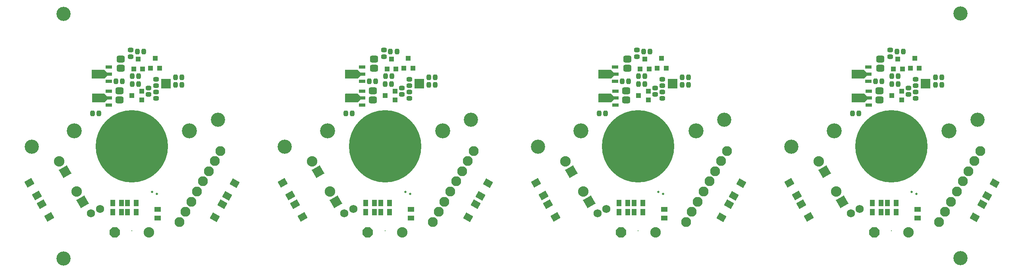
<source format=gts>
G04 Layer_Color=8388736*
%FSLAX24Y24*%
%MOIN*%
G70*
G01*
G75*
%ADD72R,0.0827X0.0827*%
G04:AMPARAMS|DCode=73|XSize=118.7mil|YSize=118.7mil|CornerRadius=59.4mil|HoleSize=0mil|Usage=FLASHONLY|Rotation=90.000|XOffset=0mil|YOffset=0mil|HoleType=Round|Shape=RoundedRectangle|*
%AMROUNDEDRECTD73*
21,1,0.1187,0.0000,0,0,90.0*
21,1,0.0000,0.1187,0,0,90.0*
1,1,0.1187,0.0000,0.0000*
1,1,0.1187,0.0000,0.0000*
1,1,0.1187,0.0000,0.0000*
1,1,0.1187,0.0000,0.0000*
%
%ADD73ROUNDEDRECTD73*%
G04:AMPARAMS|DCode=74|XSize=55.2mil|YSize=67.1mil|CornerRadius=0mil|HoleSize=0mil|Usage=FLASHONLY|Rotation=240.000|XOffset=0mil|YOffset=0mil|HoleType=Round|Shape=Rectangle|*
%AMROTATEDRECTD74*
4,1,4,-0.0152,0.0407,0.0428,0.0072,0.0152,-0.0407,-0.0428,-0.0072,-0.0152,0.0407,0.0*
%
%ADD74ROTATEDRECTD74*%

G04:AMPARAMS|DCode=75|XSize=55.2mil|YSize=67.1mil|CornerRadius=0mil|HoleSize=0mil|Usage=FLASHONLY|Rotation=300.000|XOffset=0mil|YOffset=0mil|HoleType=Round|Shape=Rectangle|*
%AMROTATEDRECTD75*
4,1,4,-0.0428,0.0072,0.0152,0.0407,0.0428,-0.0072,-0.0152,-0.0407,-0.0428,0.0072,0.0*
%
%ADD75ROTATEDRECTD75*%

G04:AMPARAMS|DCode=76|XSize=60mil|YSize=68mil|CornerRadius=17mil|HoleSize=0mil|Usage=FLASHONLY|Rotation=270.000|XOffset=0mil|YOffset=0mil|HoleType=Round|Shape=RoundedRectangle|*
%AMROUNDEDRECTD76*
21,1,0.0600,0.0340,0,0,270.0*
21,1,0.0260,0.0680,0,0,270.0*
1,1,0.0340,-0.0170,-0.0130*
1,1,0.0340,-0.0170,0.0130*
1,1,0.0340,0.0170,0.0130*
1,1,0.0340,0.0170,-0.0130*
%
%ADD76ROUNDEDRECTD76*%
G04:AMPARAMS|DCode=77|XSize=118.7mil|YSize=118.7mil|CornerRadius=59.4mil|HoleSize=0mil|Usage=FLASHONLY|Rotation=45.000|XOffset=0mil|YOffset=0mil|HoleType=Round|Shape=RoundedRectangle|*
%AMROUNDEDRECTD77*
21,1,0.1187,0.0000,0,0,45.0*
21,1,0.0000,0.1187,0,0,45.0*
1,1,0.1187,0.0000,0.0000*
1,1,0.1187,0.0000,0.0000*
1,1,0.1187,0.0000,0.0000*
1,1,0.1187,0.0000,0.0000*
%
%ADD77ROUNDEDRECTD77*%
G04:AMPARAMS|DCode=78|XSize=118.7mil|YSize=118.7mil|CornerRadius=59.4mil|HoleSize=0mil|Usage=FLASHONLY|Rotation=60.000|XOffset=0mil|YOffset=0mil|HoleType=Round|Shape=RoundedRectangle|*
%AMROUNDEDRECTD78*
21,1,0.1187,0.0000,0,0,60.0*
21,1,0.0000,0.1187,0,0,60.0*
1,1,0.1187,0.0000,0.0000*
1,1,0.1187,0.0000,0.0000*
1,1,0.1187,0.0000,0.0000*
1,1,0.1187,0.0000,0.0000*
%
%ADD78ROUNDEDRECTD78*%
%ADD79R,0.0552X0.0277*%
%ADD80R,0.0474X0.0277*%
G04:AMPARAMS|DCode=81|XSize=37.1mil|YSize=47.4mil|CornerRadius=9.8mil|HoleSize=0mil|Usage=FLASHONLY|Rotation=0.000|XOffset=0mil|YOffset=0mil|HoleType=Round|Shape=RoundedRectangle|*
%AMROUNDEDRECTD81*
21,1,0.0371,0.0277,0,0,0.0*
21,1,0.0175,0.0474,0,0,0.0*
1,1,0.0197,0.0087,-0.0139*
1,1,0.0197,-0.0087,-0.0139*
1,1,0.0197,-0.0087,0.0139*
1,1,0.0197,0.0087,0.0139*
%
%ADD81ROUNDEDRECTD81*%
%ADD82R,0.0400X0.0440*%
%ADD83R,0.0440X0.0400*%
%ADD84R,0.0572X0.0415*%
%ADD85R,0.0228X0.0218*%
%ADD86R,0.0218X0.0228*%
%ADD87R,0.0415X0.0572*%
G04:AMPARAMS|DCode=88|XSize=37.1mil|YSize=47.4mil|CornerRadius=9.8mil|HoleSize=0mil|Usage=FLASHONLY|Rotation=90.000|XOffset=0mil|YOffset=0mil|HoleType=Round|Shape=RoundedRectangle|*
%AMROUNDEDRECTD88*
21,1,0.0371,0.0277,0,0,90.0*
21,1,0.0175,0.0474,0,0,90.0*
1,1,0.0197,0.0139,0.0087*
1,1,0.0197,0.0139,-0.0087*
1,1,0.0197,-0.0139,-0.0087*
1,1,0.0197,-0.0139,0.0087*
%
%ADD88ROUNDEDRECTD88*%
%ADD89C,0.0828*%
%ADD90C,0.1261*%
%ADD91C,0.6080*%
%ADD92C,0.0080*%
%ADD93C,0.0880*%
%ADD94P,0.1103X4X165.0*%
%ADD95P,0.0953X8X22.5*%
%ADD96C,0.0680*%
%ADD97C,0.0200*%
G36*
X69987Y17160D02*
X70972Y17160D01*
X70977Y17159D01*
X70982Y17158D01*
X70987Y17157D01*
X70992Y17154D01*
X70996Y17152D01*
X71000Y17148D01*
X71236Y16912D01*
X71240Y16908D01*
X71243Y16904D01*
X71245Y16899D01*
X71247Y16894D01*
X71248Y16889D01*
X71248Y16883D01*
Y16687D01*
X71248Y16681D01*
X71247Y16676D01*
X71245Y16671D01*
X71243Y16667D01*
X71240Y16662D01*
X71236Y16658D01*
X71000Y16422D01*
X70996Y16419D01*
X70992Y16416D01*
X70987Y16413D01*
X70982Y16412D01*
X70977Y16411D01*
X70972Y16410D01*
X69987Y16410D01*
D01*
X69987D01*
X69982Y16411D01*
X69977Y16412D01*
X69972Y16413D01*
X69970Y16415D01*
X69967Y16416D01*
X69963Y16419D01*
X69959Y16422D01*
Y16422D01*
X69959D01*
X69956Y16426D01*
X69953Y16430D01*
X69951Y16433D01*
X69950Y16435D01*
X69949Y16440D01*
X69948Y16445D01*
X69947Y16450D01*
D01*
Y16450D01*
X69947Y17120D01*
X69948Y17125D01*
X69949Y17130D01*
X69950Y17135D01*
X69951Y17137D01*
X69953Y17140D01*
X69956Y17144D01*
X69959Y17148D01*
X69959D01*
Y17148D01*
X69963Y17152D01*
X69967Y17154D01*
X69970Y17156D01*
X69972Y17157D01*
X69977Y17158D01*
X69982Y17159D01*
X69987Y17160D01*
X69987D01*
D01*
D01*
D02*
G37*
G36*
X48727D02*
X49712Y17160D01*
X49717Y17159D01*
X49722Y17158D01*
X49727Y17157D01*
X49732Y17154D01*
X49736Y17152D01*
X49740Y17148D01*
X49976Y16912D01*
X49980Y16908D01*
X49983Y16904D01*
X49985Y16899D01*
X49987Y16894D01*
X49988Y16889D01*
X49988Y16883D01*
Y16687D01*
X49988Y16681D01*
X49987Y16676D01*
X49985Y16671D01*
X49983Y16667D01*
X49980Y16662D01*
X49976Y16658D01*
X49740Y16422D01*
X49736Y16419D01*
X49732Y16416D01*
X49727Y16413D01*
X49722Y16412D01*
X49717Y16411D01*
X49712Y16410D01*
X48727Y16410D01*
X48727D01*
D01*
X48722Y16411D01*
X48717Y16412D01*
X48712Y16413D01*
X48710Y16415D01*
X48707Y16416D01*
X48703Y16419D01*
X48699Y16422D01*
Y16422D01*
X48699D01*
X48696Y16426D01*
X48693Y16430D01*
X48692Y16433D01*
X48690Y16435D01*
X48689Y16440D01*
X48688Y16445D01*
X48687Y16450D01*
D01*
Y16450D01*
X48687Y17120D01*
X48688Y17125D01*
X48689Y17130D01*
X48690Y17135D01*
X48692Y17137D01*
X48693Y17140D01*
X48696Y17144D01*
X48699Y17148D01*
X48699D01*
Y17148D01*
X48703Y17152D01*
X48707Y17154D01*
X48710Y17156D01*
X48712Y17157D01*
X48717Y17158D01*
X48722Y17159D01*
X48727Y17160D01*
X48727D01*
D01*
D01*
D02*
G37*
G36*
X27468D02*
X28452Y17160D01*
X28457Y17159D01*
X28462Y17158D01*
X28467Y17157D01*
X28472Y17154D01*
X28476Y17152D01*
X28480Y17148D01*
X28716Y16912D01*
X28720Y16908D01*
X28723Y16904D01*
X28725Y16899D01*
X28727Y16894D01*
X28728Y16889D01*
X28728Y16883D01*
Y16687D01*
X28728Y16681D01*
X28727Y16676D01*
X28725Y16671D01*
X28723Y16667D01*
X28720Y16662D01*
X28716Y16658D01*
X28480Y16422D01*
X28476Y16419D01*
X28472Y16416D01*
X28467Y16413D01*
X28462Y16412D01*
X28457Y16411D01*
X28452Y16410D01*
X27468Y16410D01*
D01*
X27468D01*
X27462Y16411D01*
X27457Y16412D01*
X27452Y16413D01*
X27450Y16415D01*
X27448Y16416D01*
X27443Y16419D01*
X27439Y16422D01*
Y16422D01*
X27439D01*
X27436Y16426D01*
X27433Y16430D01*
X27432Y16433D01*
X27431Y16435D01*
X27429Y16440D01*
X27428Y16445D01*
X27428Y16450D01*
D01*
Y16450D01*
X27428Y17120D01*
X27428Y17125D01*
X27429Y17130D01*
X27431Y17135D01*
X27432Y17137D01*
X27433Y17140D01*
X27436Y17144D01*
X27439Y17148D01*
X27439D01*
Y17148D01*
X27443Y17152D01*
X27448Y17154D01*
X27450Y17156D01*
X27452Y17157D01*
X27457Y17158D01*
X27462Y17159D01*
X27468Y17160D01*
X27468D01*
D01*
D01*
D02*
G37*
G36*
X6208D02*
X7192Y17160D01*
X7197Y17159D01*
X7202Y17158D01*
X7207Y17157D01*
X7212Y17154D01*
X7216Y17152D01*
X7220Y17148D01*
X7457Y16912D01*
X7460Y16908D01*
X7463Y16904D01*
X7465Y16899D01*
X7467Y16894D01*
X7468Y16889D01*
X7468Y16883D01*
Y16687D01*
X7468Y16681D01*
X7467Y16676D01*
X7465Y16671D01*
X7463Y16667D01*
X7460Y16662D01*
X7457Y16658D01*
X7220Y16422D01*
X7216Y16419D01*
X7212Y16416D01*
X7207Y16413D01*
X7202Y16412D01*
X7197Y16411D01*
X7192Y16410D01*
X6208Y16410D01*
X6208D01*
D01*
X6203Y16411D01*
X6197Y16412D01*
X6192Y16413D01*
X6190Y16415D01*
X6188Y16416D01*
X6183Y16419D01*
X6179Y16422D01*
Y16422D01*
X6179D01*
X6176Y16426D01*
X6173Y16430D01*
X6172Y16433D01*
X6171Y16435D01*
X6169Y16440D01*
X6168Y16445D01*
X6168Y16450D01*
D01*
Y16450D01*
X6168Y17120D01*
X6168Y17125D01*
X6169Y17130D01*
X6171Y17135D01*
X6172Y17137D01*
X6173Y17140D01*
X6176Y17144D01*
X6179Y17148D01*
X6179D01*
Y17148D01*
X6183Y17152D01*
X6188Y17154D01*
X6190Y17156D01*
X6192Y17157D01*
X6197Y17158D01*
X6203Y17159D01*
X6208Y17160D01*
X6208D01*
D01*
D01*
D02*
G37*
G36*
X69994Y15150D02*
X70978Y15150D01*
X70984Y15150D01*
X70989Y15149D01*
X70994Y15147D01*
X70998Y15145D01*
X71003Y15142D01*
X71007Y15138D01*
X71243Y14902D01*
X71246Y14898D01*
X71249Y14894D01*
X71252Y14889D01*
X71253Y14884D01*
X71254Y14879D01*
X71255Y14874D01*
Y14677D01*
X71254Y14672D01*
X71253Y14666D01*
X71252Y14661D01*
X71249Y14657D01*
X71246Y14652D01*
X71243Y14648D01*
X71007Y14412D01*
X71003Y14409D01*
X70998Y14406D01*
X70994Y14404D01*
X70989Y14402D01*
X70984Y14401D01*
X70978Y14401D01*
X69994Y14401D01*
D01*
X69994D01*
X69989Y14401D01*
X69984Y14402D01*
X69979Y14404D01*
X69977Y14405D01*
X69974Y14406D01*
X69970Y14409D01*
X69966Y14412D01*
Y14412D01*
X69966D01*
X69962Y14416D01*
X69959Y14421D01*
X69958Y14423D01*
X69957Y14425D01*
X69955Y14430D01*
X69954Y14435D01*
X69954Y14441D01*
Y14441D01*
D01*
X69954Y15110D01*
X69954Y15115D01*
X69955Y15120D01*
X69957Y15125D01*
X69958Y15128D01*
X69959Y15130D01*
X69962Y15134D01*
X69966Y15138D01*
X69966D01*
Y15138D01*
X69970Y15142D01*
X69974Y15145D01*
X69977Y15146D01*
X69979Y15147D01*
X69984Y15149D01*
X69989Y15150D01*
X69994Y15150D01*
X69994D01*
D01*
D01*
D02*
G37*
G36*
X48734D02*
X49719Y15150D01*
X49724Y15150D01*
X49729Y15149D01*
X49734Y15147D01*
X49739Y15145D01*
X49743Y15142D01*
X49747Y15138D01*
X49983Y14902D01*
X49987Y14898D01*
X49990Y14894D01*
X49992Y14889D01*
X49994Y14884D01*
X49995Y14879D01*
X49995Y14874D01*
Y14677D01*
X49995Y14672D01*
X49994Y14666D01*
X49992Y14661D01*
X49990Y14657D01*
X49987Y14652D01*
X49983Y14648D01*
X49747Y14412D01*
X49743Y14409D01*
X49739Y14406D01*
X49734Y14404D01*
X49729Y14402D01*
X49724Y14401D01*
X49719Y14401D01*
X48734Y14401D01*
X48734D01*
D01*
X48729Y14401D01*
X48724Y14402D01*
X48719Y14404D01*
X48717Y14405D01*
X48714Y14406D01*
X48710Y14409D01*
X48706Y14412D01*
Y14412D01*
X48706D01*
X48703Y14416D01*
X48700Y14421D01*
X48698Y14423D01*
X48697Y14425D01*
X48696Y14430D01*
X48695Y14435D01*
X48694Y14441D01*
Y14441D01*
D01*
X48694Y15110D01*
X48695Y15115D01*
X48696Y15120D01*
X48697Y15125D01*
X48698Y15128D01*
X48700Y15130D01*
X48703Y15134D01*
X48706Y15138D01*
X48706D01*
Y15138D01*
X48710Y15142D01*
X48714Y15145D01*
X48717Y15146D01*
X48719Y15147D01*
X48724Y15149D01*
X48729Y15150D01*
X48734Y15150D01*
X48734D01*
D01*
D01*
D02*
G37*
G36*
X27475D02*
X28459Y15150D01*
X28464Y15150D01*
X28469Y15149D01*
X28474Y15147D01*
X28479Y15145D01*
X28483Y15142D01*
X28487Y15138D01*
X28723Y14902D01*
X28727Y14898D01*
X28730Y14894D01*
X28732Y14889D01*
X28734Y14884D01*
X28735Y14879D01*
X28735Y14874D01*
Y14677D01*
X28735Y14672D01*
X28734Y14666D01*
X28732Y14661D01*
X28730Y14657D01*
X28727Y14652D01*
X28723Y14648D01*
X28487Y14412D01*
X28483Y14409D01*
X28479Y14406D01*
X28474Y14404D01*
X28469Y14402D01*
X28464Y14401D01*
X28459Y14401D01*
X27474Y14401D01*
D01*
X27474D01*
X27469Y14401D01*
X27464Y14402D01*
X27459Y14404D01*
X27457Y14405D01*
X27454Y14406D01*
X27450Y14409D01*
X27446Y14412D01*
Y14412D01*
X27446D01*
X27443Y14416D01*
X27440Y14421D01*
X27439Y14423D01*
X27437Y14425D01*
X27436Y14430D01*
X27435Y14435D01*
X27434Y14441D01*
Y14441D01*
D01*
X27434Y15110D01*
X27435Y15115D01*
X27436Y15120D01*
X27437Y15125D01*
X27439Y15128D01*
X27440Y15130D01*
X27443Y15134D01*
X27446Y15138D01*
X27446D01*
Y15138D01*
X27450Y15142D01*
X27454Y15145D01*
X27457Y15146D01*
X27459Y15147D01*
X27464Y15149D01*
X27469Y15150D01*
X27475Y15150D01*
X27475D01*
D01*
D01*
D02*
G37*
G36*
X6215D02*
X7199Y15150D01*
X7204Y15150D01*
X7209Y15149D01*
X7214Y15147D01*
X7219Y15145D01*
X7223Y15142D01*
X7227Y15138D01*
X7463Y14902D01*
X7467Y14898D01*
X7470Y14894D01*
X7472Y14889D01*
X7474Y14884D01*
X7475Y14879D01*
X7475Y14874D01*
Y14677D01*
X7475Y14672D01*
X7474Y14666D01*
X7472Y14661D01*
X7470Y14657D01*
X7467Y14652D01*
X7463Y14648D01*
X7227Y14412D01*
X7223Y14409D01*
X7219Y14406D01*
X7214Y14404D01*
X7209Y14402D01*
X7204Y14401D01*
X7199Y14401D01*
X6215Y14401D01*
X6215D01*
D01*
X6209Y14401D01*
X6204Y14402D01*
X6199Y14404D01*
X6197Y14405D01*
X6195Y14406D01*
X6190Y14409D01*
X6186Y14412D01*
Y14412D01*
X6186D01*
X6183Y14416D01*
X6180Y14421D01*
X6179Y14423D01*
X6178Y14425D01*
X6176Y14430D01*
X6175Y14435D01*
X6175Y14441D01*
Y14441D01*
D01*
X6175Y15110D01*
X6175Y15115D01*
X6176Y15120D01*
X6178Y15125D01*
X6179Y15128D01*
X6180Y15130D01*
X6183Y15134D01*
X6186Y15138D01*
X6186D01*
Y15138D01*
X6190Y15142D01*
X6195Y15145D01*
X6197Y15146D01*
X6199Y15147D01*
X6204Y15149D01*
X6209Y15150D01*
X6215Y15150D01*
X6215D01*
D01*
D01*
D02*
G37*
G36*
X70664Y5676D02*
X70701Y5666D01*
X70736Y5649D01*
X70768Y5627D01*
X70795Y5600D01*
X70817Y5568D01*
X70834Y5533D01*
X70844Y5496D01*
X70847Y5457D01*
X70844Y5419D01*
X70834Y5382D01*
X70817Y5347D01*
X70795Y5315D01*
X70768Y5288D01*
X70736Y5266D01*
X70701Y5249D01*
X70664Y5239D01*
X70626Y5236D01*
X70587Y5239D01*
X70550Y5249D01*
X70515Y5266D01*
X70483Y5288D01*
X70456Y5315D01*
X70434Y5347D01*
X70417Y5382D01*
X70407Y5419D01*
X70404Y5457D01*
X70407Y5496D01*
X70417Y5533D01*
X70434Y5568D01*
X70456Y5600D01*
X70483Y5627D01*
X70515Y5649D01*
X70550Y5666D01*
X70587Y5676D01*
X70626Y5679D01*
X70664Y5676D01*
D02*
G37*
G36*
X49404D02*
X49441Y5666D01*
X49476Y5649D01*
X49508Y5627D01*
X49535Y5600D01*
X49557Y5568D01*
X49574Y5533D01*
X49584Y5496D01*
X49587Y5457D01*
X49584Y5419D01*
X49574Y5382D01*
X49557Y5347D01*
X49535Y5315D01*
X49508Y5288D01*
X49476Y5266D01*
X49441Y5249D01*
X49404Y5239D01*
X49366Y5236D01*
X49327Y5239D01*
X49290Y5249D01*
X49255Y5266D01*
X49223Y5288D01*
X49196Y5315D01*
X49174Y5347D01*
X49158Y5382D01*
X49148Y5419D01*
X49144Y5457D01*
X49148Y5496D01*
X49158Y5533D01*
X49174Y5568D01*
X49196Y5600D01*
X49223Y5627D01*
X49255Y5649D01*
X49290Y5666D01*
X49327Y5676D01*
X49366Y5679D01*
X49404Y5676D01*
D02*
G37*
G36*
X28144D02*
X28182Y5666D01*
X28217Y5649D01*
X28248Y5627D01*
X28275Y5600D01*
X28298Y5568D01*
X28314Y5533D01*
X28324Y5496D01*
X28327Y5457D01*
X28324Y5419D01*
X28314Y5382D01*
X28298Y5347D01*
X28275Y5315D01*
X28248Y5288D01*
X28217Y5266D01*
X28182Y5249D01*
X28144Y5239D01*
X28106Y5236D01*
X28067Y5239D01*
X28030Y5249D01*
X27995Y5266D01*
X27963Y5288D01*
X27936Y5315D01*
X27914Y5347D01*
X27898Y5382D01*
X27888Y5419D01*
X27884Y5457D01*
X27888Y5496D01*
X27898Y5533D01*
X27914Y5568D01*
X27936Y5600D01*
X27963Y5627D01*
X27995Y5649D01*
X28030Y5666D01*
X28067Y5676D01*
X28106Y5679D01*
X28144Y5676D01*
D02*
G37*
G36*
X6884D02*
X6922Y5666D01*
X6957Y5649D01*
X6988Y5627D01*
X7016Y5600D01*
X7038Y5568D01*
X7054Y5533D01*
X7064Y5496D01*
X7067Y5457D01*
X7064Y5419D01*
X7054Y5382D01*
X7038Y5347D01*
X7016Y5315D01*
X6988Y5288D01*
X6957Y5266D01*
X6922Y5249D01*
X6884Y5239D01*
X6846Y5236D01*
X6808Y5239D01*
X6770Y5249D01*
X6735Y5266D01*
X6704Y5288D01*
X6676Y5315D01*
X6654Y5347D01*
X6638Y5382D01*
X6628Y5419D01*
X6624Y5457D01*
X6628Y5496D01*
X6638Y5533D01*
X6654Y5568D01*
X6676Y5600D01*
X6704Y5627D01*
X6735Y5649D01*
X6770Y5666D01*
X6808Y5676D01*
X6846Y5679D01*
X6884Y5676D01*
D02*
G37*
G36*
X69915Y5284D02*
X69952Y5274D01*
X69987Y5258D01*
X70019Y5236D01*
X70046Y5209D01*
X70068Y5177D01*
X70085Y5142D01*
X70095Y5105D01*
X70098Y5066D01*
X70095Y5028D01*
X70085Y4991D01*
X70068Y4956D01*
X70046Y4924D01*
X70019Y4897D01*
X69987Y4874D01*
X69952Y4858D01*
X69915Y4848D01*
X69877Y4845D01*
X69838Y4848D01*
X69801Y4858D01*
X69766Y4874D01*
X69734Y4897D01*
X69707Y4924D01*
X69685Y4956D01*
X69668Y4991D01*
X69658Y5028D01*
X69655Y5066D01*
X69658Y5105D01*
X69668Y5142D01*
X69685Y5177D01*
X69707Y5209D01*
X69734Y5236D01*
X69766Y5258D01*
X69801Y5274D01*
X69838Y5284D01*
X69877Y5288D01*
X69915Y5284D01*
D02*
G37*
G36*
X48655D02*
X48693Y5274D01*
X48728Y5258D01*
X48759Y5236D01*
X48786Y5209D01*
X48809Y5177D01*
X48825Y5142D01*
X48835Y5105D01*
X48838Y5066D01*
X48835Y5028D01*
X48825Y4991D01*
X48809Y4956D01*
X48786Y4924D01*
X48759Y4897D01*
X48728Y4874D01*
X48693Y4858D01*
X48655Y4848D01*
X48617Y4845D01*
X48578Y4848D01*
X48541Y4858D01*
X48506Y4874D01*
X48474Y4897D01*
X48447Y4924D01*
X48425Y4956D01*
X48409Y4991D01*
X48399Y5028D01*
X48395Y5066D01*
X48399Y5105D01*
X48409Y5142D01*
X48425Y5177D01*
X48447Y5209D01*
X48474Y5236D01*
X48506Y5258D01*
X48541Y5274D01*
X48578Y5284D01*
X48617Y5288D01*
X48655Y5284D01*
D02*
G37*
G36*
X27395D02*
X27433Y5274D01*
X27468Y5258D01*
X27499Y5236D01*
X27527Y5209D01*
X27549Y5177D01*
X27565Y5142D01*
X27575Y5105D01*
X27578Y5066D01*
X27575Y5028D01*
X27565Y4991D01*
X27549Y4956D01*
X27527Y4924D01*
X27499Y4897D01*
X27468Y4874D01*
X27433Y4858D01*
X27395Y4848D01*
X27357Y4845D01*
X27318Y4848D01*
X27281Y4858D01*
X27246Y4874D01*
X27215Y4897D01*
X27187Y4924D01*
X27165Y4956D01*
X27149Y4991D01*
X27139Y5028D01*
X27135Y5066D01*
X27139Y5105D01*
X27149Y5142D01*
X27165Y5177D01*
X27187Y5209D01*
X27215Y5236D01*
X27246Y5258D01*
X27281Y5274D01*
X27318Y5284D01*
X27357Y5288D01*
X27395Y5284D01*
D02*
G37*
G36*
X6136D02*
X6173Y5274D01*
X6208Y5258D01*
X6239Y5236D01*
X6267Y5209D01*
X6289Y5177D01*
X6305Y5142D01*
X6315Y5105D01*
X6319Y5066D01*
X6315Y5028D01*
X6305Y4991D01*
X6289Y4956D01*
X6267Y4924D01*
X6239Y4897D01*
X6208Y4874D01*
X6173Y4858D01*
X6136Y4848D01*
X6097Y4845D01*
X6059Y4848D01*
X6021Y4858D01*
X5986Y4874D01*
X5955Y4897D01*
X5927Y4924D01*
X5905Y4956D01*
X5889Y4991D01*
X5879Y5028D01*
X5876Y5066D01*
X5879Y5105D01*
X5889Y5142D01*
X5905Y5177D01*
X5927Y5209D01*
X5955Y5236D01*
X5986Y5258D01*
X6021Y5274D01*
X6059Y5284D01*
X6097Y5288D01*
X6136Y5284D01*
D02*
G37*
D72*
X12390Y15979D02*
D03*
X33650D02*
D03*
X54910D02*
D03*
X76170D02*
D03*
D73*
X79078Y1319D02*
D03*
X3789Y21848D02*
D03*
X79078Y21878D02*
D03*
X3789Y1289D02*
D03*
D74*
X17130Y5850D02*
D03*
X16500Y4758D02*
D03*
X18160Y7630D02*
D03*
X17530Y6538D02*
D03*
X38390Y5850D02*
D03*
X37760Y4758D02*
D03*
X39420Y7630D02*
D03*
X38790Y6538D02*
D03*
X59650Y5850D02*
D03*
X59020Y4758D02*
D03*
X60680Y7630D02*
D03*
X60050Y6538D02*
D03*
X80910Y5850D02*
D03*
X80280Y4758D02*
D03*
X81940Y7630D02*
D03*
X81310Y6538D02*
D03*
D75*
X1950Y5860D02*
D03*
X2580Y4768D02*
D03*
X930Y7660D02*
D03*
X1560Y6568D02*
D03*
X23210Y5860D02*
D03*
X23840Y4768D02*
D03*
X22190Y7660D02*
D03*
X22820Y6568D02*
D03*
X44470Y5860D02*
D03*
X45100Y4768D02*
D03*
X43450Y7660D02*
D03*
X44080Y6568D02*
D03*
X65730Y5860D02*
D03*
X66360Y4768D02*
D03*
X64710Y7660D02*
D03*
X65340Y6568D02*
D03*
D76*
X8500Y14619D02*
D03*
Y15373D02*
D03*
X8590Y17289D02*
D03*
Y18043D02*
D03*
X29760Y14619D02*
D03*
Y15373D02*
D03*
X29850Y17289D02*
D03*
Y18043D02*
D03*
X51020Y14619D02*
D03*
Y15373D02*
D03*
X51110Y17289D02*
D03*
Y18043D02*
D03*
X72280Y14619D02*
D03*
Y15373D02*
D03*
X72370Y17289D02*
D03*
Y18043D02*
D03*
D77*
X1110Y10679D02*
D03*
X22370D02*
D03*
X43630D02*
D03*
X64890D02*
D03*
D78*
X16740Y12959D02*
D03*
X38000D02*
D03*
X59260D02*
D03*
X80520D02*
D03*
D79*
X7593Y14185D02*
D03*
X7593Y15366D02*
D03*
X7586Y17376D02*
D03*
Y16195D02*
D03*
X28852Y14185D02*
D03*
X28852Y15366D02*
D03*
X28846Y17376D02*
D03*
Y16195D02*
D03*
X50112Y14185D02*
D03*
X50112Y15366D02*
D03*
X50105Y17376D02*
D03*
Y16195D02*
D03*
X71372Y14185D02*
D03*
X71372Y15366D02*
D03*
X71365Y17376D02*
D03*
Y16195D02*
D03*
D80*
X7632Y14775D02*
D03*
X7625Y16785D02*
D03*
X28892Y14775D02*
D03*
X28885Y16785D02*
D03*
X50152Y14775D02*
D03*
X50145Y16785D02*
D03*
X71411Y14775D02*
D03*
X71405Y16785D02*
D03*
D81*
X6768Y13479D02*
D03*
X6232D02*
D03*
X13728Y16519D02*
D03*
X13192D02*
D03*
X13728Y15879D02*
D03*
X13192D02*
D03*
X8182Y16189D02*
D03*
X8718D02*
D03*
X10078Y15949D02*
D03*
X9542D02*
D03*
X9547Y16613D02*
D03*
X10083D02*
D03*
X9977Y18694D02*
D03*
X10513D02*
D03*
X28028Y13479D02*
D03*
X27492D02*
D03*
X34988Y16519D02*
D03*
X34452D02*
D03*
X34988Y15879D02*
D03*
X34452D02*
D03*
X29442Y16189D02*
D03*
X29978D02*
D03*
X31338Y15949D02*
D03*
X30802D02*
D03*
X30807Y16613D02*
D03*
X31343D02*
D03*
X31237Y18694D02*
D03*
X31773D02*
D03*
X49287Y13479D02*
D03*
X48752D02*
D03*
X56247Y16519D02*
D03*
X55712D02*
D03*
X56247Y15879D02*
D03*
X55712D02*
D03*
X50702Y16189D02*
D03*
X51237D02*
D03*
X52597Y15949D02*
D03*
X52062D02*
D03*
X52067Y16613D02*
D03*
X52602D02*
D03*
X52497Y18694D02*
D03*
X53032D02*
D03*
X70547Y13479D02*
D03*
X70012D02*
D03*
X77507Y16519D02*
D03*
X76972D02*
D03*
X77507Y15879D02*
D03*
X76972D02*
D03*
X71962Y16189D02*
D03*
X72497D02*
D03*
X73857Y15949D02*
D03*
X73322D02*
D03*
X73327Y16613D02*
D03*
X73862D02*
D03*
X73757Y18694D02*
D03*
X74292D02*
D03*
D82*
X11475Y18104D02*
D03*
X11855Y17270D02*
D03*
X11101D02*
D03*
X10055Y18054D02*
D03*
X10435Y17220D02*
D03*
X9681D02*
D03*
X32735Y18104D02*
D03*
X33115Y17270D02*
D03*
X32361D02*
D03*
X31315Y18054D02*
D03*
X31695Y17220D02*
D03*
X30941D02*
D03*
X53995Y18104D02*
D03*
X54375Y17270D02*
D03*
X53621D02*
D03*
X52575Y18054D02*
D03*
X52955Y17220D02*
D03*
X52201D02*
D03*
X75255Y18104D02*
D03*
X75635Y17270D02*
D03*
X74881D02*
D03*
X73835Y18054D02*
D03*
X74215Y17220D02*
D03*
X73461D02*
D03*
D83*
X9530Y14979D02*
D03*
X10364Y15359D02*
D03*
Y14605D02*
D03*
X30790Y14979D02*
D03*
X31624Y15359D02*
D03*
Y14605D02*
D03*
X52050Y14979D02*
D03*
X52883Y15359D02*
D03*
Y14605D02*
D03*
X73310Y14979D02*
D03*
X74143Y15359D02*
D03*
Y14605D02*
D03*
D84*
X11695Y4699D02*
D03*
Y5428D02*
D03*
X32955Y4699D02*
D03*
Y5428D02*
D03*
X54215Y4699D02*
D03*
Y5428D02*
D03*
X75475Y4699D02*
D03*
Y5428D02*
D03*
D85*
X12095Y16270D02*
D03*
X12685D02*
D03*
X12095Y16078D02*
D03*
X12685D02*
D03*
X12095Y15881D02*
D03*
X12685D02*
D03*
X12095Y15689D02*
D03*
X12685D02*
D03*
X33355Y16270D02*
D03*
X33945D02*
D03*
X33355Y16078D02*
D03*
X33945D02*
D03*
X33355Y15881D02*
D03*
X33945D02*
D03*
X33355Y15689D02*
D03*
X33945D02*
D03*
X54614Y16270D02*
D03*
X55205D02*
D03*
X54614Y16078D02*
D03*
X55205D02*
D03*
X54614Y15881D02*
D03*
X55205D02*
D03*
X54614Y15689D02*
D03*
X55205D02*
D03*
X75874Y16270D02*
D03*
X76465D02*
D03*
X75874Y16078D02*
D03*
X76465D02*
D03*
X75874Y15881D02*
D03*
X76465D02*
D03*
X75874Y15689D02*
D03*
X76465D02*
D03*
D86*
X12292Y16275D02*
D03*
X12488D02*
D03*
X12292Y15684D02*
D03*
X12488D02*
D03*
X33551Y16275D02*
D03*
X33748D02*
D03*
X33551Y15684D02*
D03*
X33748D02*
D03*
X54811Y16275D02*
D03*
X55008D02*
D03*
X54811Y15684D02*
D03*
X55008D02*
D03*
X76071Y16275D02*
D03*
X76268D02*
D03*
X76071Y15684D02*
D03*
X76268D02*
D03*
D87*
X7911Y5189D02*
D03*
X8639D02*
D03*
X9166D02*
D03*
X9895D02*
D03*
X9166Y5939D02*
D03*
X9895D02*
D03*
X7911D02*
D03*
X8639D02*
D03*
X29171Y5189D02*
D03*
X29899D02*
D03*
X30426D02*
D03*
X31155D02*
D03*
X30426Y5939D02*
D03*
X31155D02*
D03*
X29171D02*
D03*
X29899D02*
D03*
X50431Y5189D02*
D03*
X51159D02*
D03*
X51686D02*
D03*
X52414D02*
D03*
X51686Y5939D02*
D03*
X52414D02*
D03*
X50431D02*
D03*
X51159D02*
D03*
X71690Y5189D02*
D03*
X72419D02*
D03*
X72946D02*
D03*
X73674D02*
D03*
X72946Y5939D02*
D03*
X73674D02*
D03*
X71690D02*
D03*
X72419D02*
D03*
D88*
X11550Y15291D02*
D03*
Y14756D02*
D03*
Y15806D02*
D03*
Y16341D02*
D03*
X9415Y18801D02*
D03*
Y18266D02*
D03*
X10935Y15070D02*
D03*
Y15606D02*
D03*
X32810Y15291D02*
D03*
Y14756D02*
D03*
Y15806D02*
D03*
Y16341D02*
D03*
X30675Y18801D02*
D03*
Y18266D02*
D03*
X32195Y15070D02*
D03*
Y15606D02*
D03*
X54070Y15291D02*
D03*
Y14756D02*
D03*
Y15806D02*
D03*
Y16341D02*
D03*
X51935Y18801D02*
D03*
Y18266D02*
D03*
X53455Y15070D02*
D03*
Y15606D02*
D03*
X75329Y15291D02*
D03*
Y14756D02*
D03*
Y15806D02*
D03*
Y16341D02*
D03*
X73195Y18801D02*
D03*
Y18266D02*
D03*
X74715Y15070D02*
D03*
Y15606D02*
D03*
D89*
X16970Y10326D02*
D03*
X16477Y9474D02*
D03*
X15985Y8622D02*
D03*
X15493Y7769D02*
D03*
X15001Y6917D02*
D03*
X14509Y6064D02*
D03*
X14017Y5212D02*
D03*
X13525Y4360D02*
D03*
X38229Y10326D02*
D03*
X37737Y9474D02*
D03*
X37245Y8622D02*
D03*
X36753Y7769D02*
D03*
X36261Y6917D02*
D03*
X35769Y6064D02*
D03*
X35277Y5212D02*
D03*
X34785Y4360D02*
D03*
X59489Y10326D02*
D03*
X58997Y9474D02*
D03*
X58505Y8622D02*
D03*
X58013Y7769D02*
D03*
X57521Y6917D02*
D03*
X57029Y6064D02*
D03*
X56537Y5212D02*
D03*
X56044Y4360D02*
D03*
X80749Y10326D02*
D03*
X80257Y9474D02*
D03*
X79765Y8622D02*
D03*
X79273Y7769D02*
D03*
X78781Y6917D02*
D03*
X78288Y6064D02*
D03*
X77796Y5212D02*
D03*
X77304Y4360D02*
D03*
D90*
X4697Y12019D02*
D03*
X14357D02*
D03*
X25956D02*
D03*
X35616D02*
D03*
X47216D02*
D03*
X56876D02*
D03*
X68476D02*
D03*
X78136D02*
D03*
D91*
X9517Y10709D02*
D03*
X30776D02*
D03*
X52036D02*
D03*
X73296D02*
D03*
D92*
X9517Y3619D02*
D03*
X30776D02*
D03*
X52036D02*
D03*
X73296D02*
D03*
D93*
X10957Y3499D02*
D03*
X4887Y6902D02*
D03*
X3407Y9452D02*
D03*
X32216Y3499D02*
D03*
X26146Y6902D02*
D03*
X24666Y9452D02*
D03*
X53476Y3499D02*
D03*
X47406Y6902D02*
D03*
X45926Y9452D02*
D03*
X74736Y3499D02*
D03*
X68666Y6902D02*
D03*
X67186Y9452D02*
D03*
D94*
X5387Y6036D02*
D03*
X3907Y8586D02*
D03*
X26646Y6036D02*
D03*
X25166Y8586D02*
D03*
X47906Y6036D02*
D03*
X46426Y8586D02*
D03*
X69166Y6036D02*
D03*
X67686Y8586D02*
D03*
D95*
X8077Y3499D02*
D03*
X29336D02*
D03*
X50596D02*
D03*
X71856D02*
D03*
D96*
X6847Y5459D02*
D03*
X6097Y5069D02*
D03*
X28106Y5459D02*
D03*
X27356Y5069D02*
D03*
X49366Y5459D02*
D03*
X48616Y5069D02*
D03*
X70626Y5459D02*
D03*
X69876Y5069D02*
D03*
D97*
X11215Y6894D02*
D03*
X11615Y6734D02*
D03*
X32475Y6894D02*
D03*
X32875Y6734D02*
D03*
X53735Y6894D02*
D03*
X54135Y6734D02*
D03*
X74995Y6894D02*
D03*
X75395Y6734D02*
D03*
M02*

</source>
